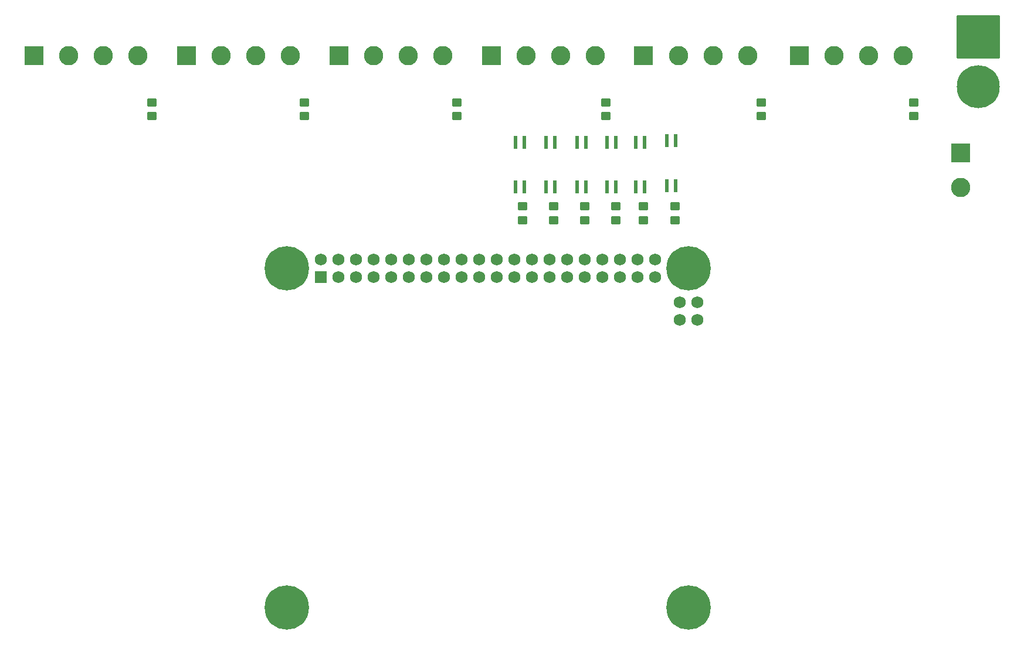
<source format=gbr>
%TF.GenerationSoftware,KiCad,Pcbnew,8.0.0*%
%TF.CreationDate,2024-03-15T12:02:56+01:00*%
%TF.ProjectId,prueba,70727565-6261-42e6-9b69-6361645f7063,v0.1*%
%TF.SameCoordinates,Original*%
%TF.FileFunction,Soldermask,Top*%
%TF.FilePolarity,Negative*%
%FSLAX46Y46*%
G04 Gerber Fmt 4.6, Leading zero omitted, Abs format (unit mm)*
G04 Created by KiCad (PCBNEW 8.0.0) date 2024-03-15 12:02:56*
%MOMM*%
%LPD*%
G01*
G04 APERTURE LIST*
G04 Aperture macros list*
%AMRoundRect*
0 Rectangle with rounded corners*
0 $1 Rounding radius*
0 $2 $3 $4 $5 $6 $7 $8 $9 X,Y pos of 4 corners*
0 Add a 4 corners polygon primitive as box body*
4,1,4,$2,$3,$4,$5,$6,$7,$8,$9,$2,$3,0*
0 Add four circle primitives for the rounded corners*
1,1,$1+$1,$2,$3*
1,1,$1+$1,$4,$5*
1,1,$1+$1,$6,$7*
1,1,$1+$1,$8,$9*
0 Add four rect primitives between the rounded corners*
20,1,$1+$1,$2,$3,$4,$5,0*
20,1,$1+$1,$4,$5,$6,$7,0*
20,1,$1+$1,$6,$7,$8,$9,0*
20,1,$1+$1,$8,$9,$2,$3,0*%
G04 Aperture macros list end*
%ADD10R,2.800000X2.800000*%
%ADD11C,2.800000*%
%ADD12R,0.558800X1.905000*%
%ADD13C,6.204000*%
%ADD14RoundRect,0.102000X-3.000000X3.000000X-3.000000X-3.000000X3.000000X-3.000000X3.000000X3.000000X0*%
%ADD15RoundRect,0.250000X0.450000X-0.350000X0.450000X0.350000X-0.450000X0.350000X-0.450000X-0.350000X0*%
%ADD16RoundRect,0.102000X-0.762000X-0.762000X0.762000X-0.762000X0.762000X0.762000X-0.762000X0.762000X0*%
%ADD17C,1.728000*%
%ADD18C,6.404000*%
G04 APERTURE END LIST*
D10*
%TO.C,J2*%
X136500000Y-36750000D03*
D11*
X141500000Y-36750000D03*
X146500000Y-36750000D03*
X151500000Y-36750000D03*
%TD*%
D10*
%TO.C,J3*%
X114500000Y-36750000D03*
D11*
X119500000Y-36750000D03*
X124500000Y-36750000D03*
X129500000Y-36750000D03*
%TD*%
D12*
%TO.C,Q6*%
X118000000Y-55751200D03*
X119270000Y-55751200D03*
X119270000Y-49248800D03*
X118000000Y-49248800D03*
%TD*%
D10*
%TO.C,J8*%
X182280000Y-50800000D03*
D11*
X182280000Y-55800000D03*
%TD*%
D13*
%TO.C,J7*%
X184820000Y-41200000D03*
D14*
X184820000Y-34000000D03*
%TD*%
D12*
%TO.C,Q5*%
X122365000Y-55751200D03*
X123635000Y-55751200D03*
X123635000Y-49248800D03*
X122365000Y-49248800D03*
%TD*%
%TO.C,Q1*%
X139865000Y-55502400D03*
X141135000Y-55502400D03*
X141135000Y-49000000D03*
X139865000Y-49000000D03*
%TD*%
D15*
%TO.C,R11*%
X87500000Y-45500000D03*
X87500000Y-43500000D03*
%TD*%
%TO.C,R9*%
X131000000Y-45500000D03*
X131000000Y-43500000D03*
%TD*%
%TO.C,R7*%
X175500000Y-45500000D03*
X175500000Y-43500000D03*
%TD*%
D10*
%TO.C,J6*%
X48500000Y-36750000D03*
D11*
X53500000Y-36750000D03*
X58500000Y-36750000D03*
X63500000Y-36750000D03*
%TD*%
D16*
%TO.C,U1*%
X89870000Y-68770000D03*
D17*
X89870000Y-66230000D03*
X92410000Y-68770000D03*
X92410000Y-66230000D03*
X94950000Y-68770000D03*
X94950000Y-66230000D03*
X97490000Y-68770000D03*
X97490000Y-66230000D03*
X100030000Y-68770000D03*
X100030000Y-66230000D03*
X102570000Y-68770000D03*
X102570000Y-66230000D03*
X105110000Y-68770000D03*
X105110000Y-66230000D03*
X107650000Y-68770000D03*
X107650000Y-66230000D03*
X110190000Y-68770000D03*
X110190000Y-66230000D03*
X112730000Y-68770000D03*
X112730000Y-66230000D03*
X115270000Y-68770000D03*
X115270000Y-66230000D03*
X117810000Y-68770000D03*
X117810000Y-66230000D03*
X120350000Y-68770000D03*
X120350000Y-66230000D03*
X122890000Y-68770000D03*
X122890000Y-66230000D03*
X125430000Y-68770000D03*
X125430000Y-66230000D03*
X127970000Y-68770000D03*
X127970000Y-66230000D03*
X130510000Y-68770000D03*
X130510000Y-66230000D03*
X133050000Y-68770000D03*
X133050000Y-66230000D03*
X135590000Y-68770000D03*
X135590000Y-66230000D03*
X138130000Y-68770000D03*
X138130000Y-66230000D03*
X144230000Y-74893000D03*
X144230000Y-72353000D03*
X141690000Y-74893000D03*
X141690000Y-72353000D03*
D18*
X85000000Y-67500000D03*
X143000000Y-67500000D03*
X143000000Y-116500000D03*
X85000000Y-116500000D03*
%TD*%
D10*
%TO.C,J4*%
X92500000Y-36750000D03*
D11*
X97500000Y-36750000D03*
X102500000Y-36750000D03*
X107500000Y-36750000D03*
%TD*%
D10*
%TO.C,J1*%
X159000000Y-36750000D03*
D11*
X164000000Y-36750000D03*
X169000000Y-36750000D03*
X174000000Y-36750000D03*
%TD*%
D15*
%TO.C,R8*%
X153500000Y-45500000D03*
X153500000Y-43500000D03*
%TD*%
%TO.C,R4*%
X128000000Y-60500000D03*
X128000000Y-58500000D03*
%TD*%
%TO.C,R6*%
X119000000Y-60500000D03*
X119000000Y-58500000D03*
%TD*%
D12*
%TO.C,Q2*%
X135365000Y-49248800D03*
X136635000Y-49248800D03*
X136635000Y-55751200D03*
X135365000Y-55751200D03*
%TD*%
%TO.C,Q3*%
X131230000Y-55751200D03*
X132500000Y-55751200D03*
X132500000Y-49248800D03*
X131230000Y-49248800D03*
%TD*%
D10*
%TO.C,J5*%
X70500000Y-36750000D03*
D11*
X75500000Y-36750000D03*
X80500000Y-36750000D03*
X85500000Y-36750000D03*
%TD*%
D12*
%TO.C,Q4*%
X126865000Y-55751200D03*
X128135000Y-55751200D03*
X128135000Y-49248800D03*
X126865000Y-49248800D03*
%TD*%
D15*
%TO.C,R3*%
X132500000Y-60500000D03*
X132500000Y-58500000D03*
%TD*%
%TO.C,R5*%
X123500000Y-60500000D03*
X123500000Y-58500000D03*
%TD*%
%TO.C,R1*%
X141000000Y-60500000D03*
X141000000Y-58500000D03*
%TD*%
%TO.C,R12*%
X65500000Y-45500000D03*
X65500000Y-43500000D03*
%TD*%
%TO.C,R2*%
X136500000Y-60500000D03*
X136500000Y-58500000D03*
%TD*%
%TO.C,R10*%
X109500000Y-45500000D03*
X109500000Y-43500000D03*
%TD*%
M02*

</source>
